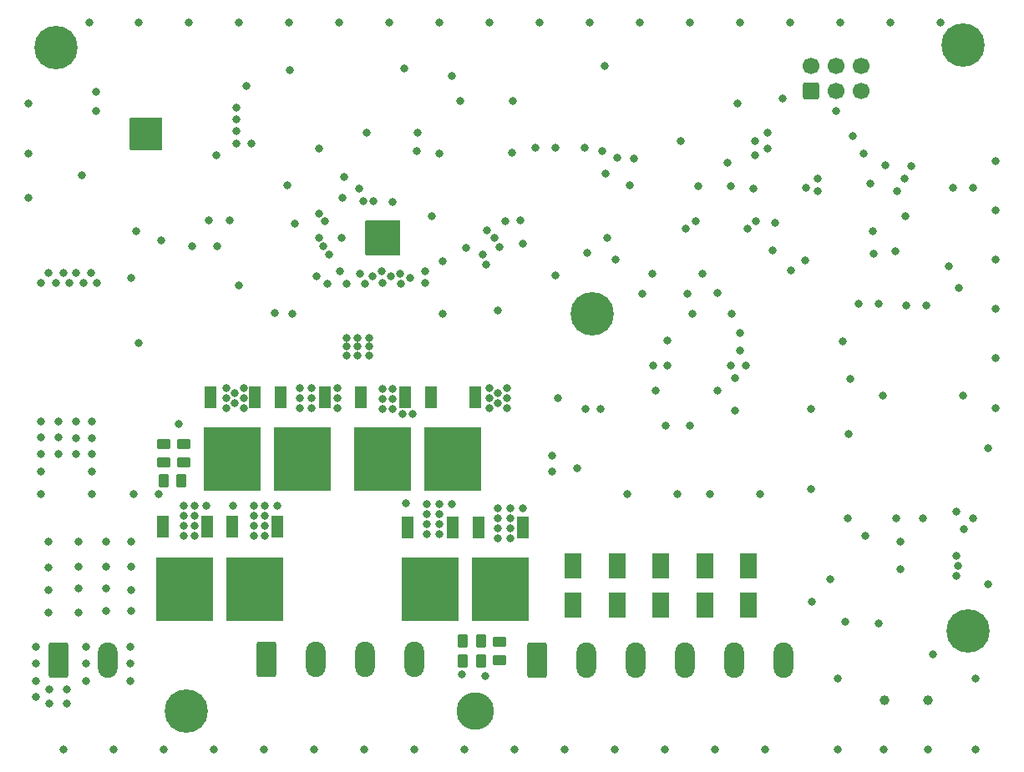
<source format=gbr>
%TF.GenerationSoftware,KiCad,Pcbnew,(6.0.4)*%
%TF.CreationDate,2022-03-22T00:44:57+01:00*%
%TF.ProjectId,HPDriver,48504472-6976-4657-922e-6b696361645f,1.0*%
%TF.SameCoordinates,Original*%
%TF.FileFunction,Soldermask,Bot*%
%TF.FilePolarity,Negative*%
%FSLAX46Y46*%
G04 Gerber Fmt 4.6, Leading zero omitted, Abs format (unit mm)*
G04 Created by KiCad (PCBNEW (6.0.4)) date 2022-03-22 00:44:57*
%MOMM*%
%LPD*%
G01*
G04 APERTURE LIST*
G04 Aperture macros list*
%AMRoundRect*
0 Rectangle with rounded corners*
0 $1 Rounding radius*
0 $2 $3 $4 $5 $6 $7 $8 $9 X,Y pos of 4 corners*
0 Add a 4 corners polygon primitive as box body*
4,1,4,$2,$3,$4,$5,$6,$7,$8,$9,$2,$3,0*
0 Add four circle primitives for the rounded corners*
1,1,$1+$1,$2,$3*
1,1,$1+$1,$4,$5*
1,1,$1+$1,$6,$7*
1,1,$1+$1,$8,$9*
0 Add four rect primitives between the rounded corners*
20,1,$1+$1,$2,$3,$4,$5,0*
20,1,$1+$1,$4,$5,$6,$7,0*
20,1,$1+$1,$6,$7,$8,$9,0*
20,1,$1+$1,$8,$9,$2,$3,0*%
G04 Aperture macros list end*
%ADD10RoundRect,0.250000X-0.750000X-1.550000X0.750000X-1.550000X0.750000X1.550000X-0.750000X1.550000X0*%
%ADD11O,2.000000X3.600000*%
%ADD12C,1.000000*%
%ADD13C,4.400000*%
%ADD14C,3.800000*%
%ADD15RoundRect,0.250000X0.600000X-0.600000X0.600000X0.600000X-0.600000X0.600000X-0.600000X-0.600000X0*%
%ADD16C,1.700000*%
%ADD17R,1.200000X2.200000*%
%ADD18R,5.800000X6.400000*%
%ADD19RoundRect,0.250000X-0.450000X0.262500X-0.450000X-0.262500X0.450000X-0.262500X0.450000X0.262500X0*%
%ADD20RoundRect,0.250000X-0.262500X-0.450000X0.262500X-0.450000X0.262500X0.450000X-0.262500X0.450000X0*%
%ADD21R,1.800000X2.500000*%
%ADD22C,0.800000*%
G04 APERTURE END LIST*
D10*
X88646000Y-130715500D03*
D11*
X93646000Y-130715500D03*
D10*
X109728000Y-130683000D03*
D11*
X114728000Y-130683000D03*
X119728000Y-130683000D03*
X124728000Y-130683000D03*
D10*
X137160000Y-130715500D03*
D11*
X142160000Y-130715500D03*
X147160000Y-130715500D03*
X152160000Y-130715500D03*
X157160000Y-130715500D03*
X162160000Y-130715500D03*
D12*
X176825000Y-134815000D03*
X172425000Y-134815000D03*
D13*
X180848000Y-127762000D03*
X142748000Y-95631000D03*
X88392000Y-68580000D03*
X180340000Y-68326000D03*
X101600000Y-135890000D03*
D14*
X130937000Y-135890000D03*
D15*
X164973000Y-73025000D03*
D16*
X164973000Y-70485000D03*
X167513000Y-73025000D03*
X167513000Y-70485000D03*
X170053000Y-73025000D03*
X170053000Y-70485000D03*
D17*
X106305000Y-117212000D03*
D18*
X108585000Y-123512000D03*
D17*
X110865000Y-117212000D03*
X99194000Y-117212000D03*
D18*
X101474000Y-123512000D03*
D17*
X103754000Y-117212000D03*
X119260000Y-104039000D03*
D18*
X121540000Y-110339000D03*
D17*
X123820000Y-104039000D03*
X111132000Y-104039000D03*
D18*
X113412000Y-110339000D03*
D17*
X115692000Y-104039000D03*
X104020000Y-104039000D03*
D18*
X106300000Y-110339000D03*
D17*
X108580000Y-104039000D03*
X124084000Y-117247000D03*
D18*
X126364000Y-123547000D03*
D17*
X128644000Y-117247000D03*
X131198000Y-117247000D03*
D18*
X133478000Y-123547000D03*
D17*
X135758000Y-117247000D03*
D19*
X133350000Y-128881500D03*
X133350000Y-130706500D03*
D20*
X99290500Y-112522000D03*
X101115500Y-112522000D03*
X129643500Y-128778000D03*
X131468500Y-128778000D03*
D19*
X101346000Y-108815500D03*
X101346000Y-110640500D03*
D17*
X126372000Y-104039000D03*
D18*
X128652000Y-110339000D03*
D17*
X130932000Y-104039000D03*
D19*
X99314000Y-108815500D03*
X99314000Y-110640500D03*
D20*
X129643500Y-130810000D03*
X131468500Y-130810000D03*
D21*
X140843000Y-125190000D03*
X140843000Y-121190000D03*
X145288000Y-125190000D03*
X145288000Y-121190000D03*
X154178000Y-125190000D03*
X154178000Y-121190000D03*
X158623000Y-125190000D03*
X158623000Y-121190000D03*
X149733000Y-125190000D03*
X149733000Y-121190000D03*
D22*
X104648000Y-79502000D03*
X117856000Y-98933000D03*
X141224000Y-111252000D03*
X120142000Y-98933000D03*
X154686000Y-113919000D03*
X159766000Y-113919000D03*
X120142000Y-98044000D03*
X117856000Y-99822000D03*
X96520000Y-76708000D03*
X103886000Y-86106000D03*
X118999000Y-99822000D03*
X98425000Y-76708000D03*
X120142000Y-99822000D03*
X118999000Y-98933000D03*
X117856000Y-98044000D03*
X86360000Y-131064000D03*
X92456000Y-75057000D03*
X106045000Y-86106000D03*
X118999000Y-98044000D03*
X151384000Y-113919000D03*
X146304000Y-113919000D03*
X183642000Y-80137000D03*
X89154000Y-139827000D03*
X94234000Y-139827000D03*
X99314000Y-139827000D03*
X104394000Y-139827000D03*
X109474000Y-139827000D03*
X114554000Y-139827000D03*
X119634000Y-139827000D03*
X124714000Y-139827000D03*
X129794000Y-139827000D03*
X134874000Y-139827000D03*
X139954000Y-139827000D03*
X145034000Y-139827000D03*
X150114000Y-139827000D03*
X155194000Y-139827000D03*
X160274000Y-139827000D03*
X96774000Y-66040000D03*
X101854000Y-66040000D03*
X106934000Y-66040000D03*
X112014000Y-66040000D03*
X117094000Y-66040000D03*
X122174000Y-66040000D03*
X127254000Y-66040000D03*
X132334000Y-66040000D03*
X137414000Y-66040000D03*
X142494000Y-66040000D03*
X147574000Y-66040000D03*
X152654000Y-66040000D03*
X157734000Y-66040000D03*
X162814000Y-66040000D03*
X167894000Y-66040000D03*
X172974000Y-66040000D03*
X178054000Y-66040000D03*
X183642000Y-85137000D03*
X183642000Y-90137000D03*
X183642000Y-95137000D03*
X183642000Y-100137000D03*
X183642000Y-105137000D03*
X85598000Y-79375000D03*
X85598000Y-83820000D03*
X85598000Y-74295000D03*
X91821000Y-66040000D03*
X171831000Y-94615000D03*
X121475500Y-92519500D03*
X150368000Y-100838000D03*
X139065000Y-91694000D03*
X117475000Y-83820000D03*
X147828000Y-93599000D03*
X86360000Y-132842000D03*
X86868000Y-92456000D03*
X87757000Y-133731000D03*
X100838000Y-106807000D03*
X102235000Y-88773000D03*
X97409000Y-77343000D03*
X171196000Y-87249000D03*
X91186000Y-92456000D03*
X151765000Y-78105000D03*
X89154000Y-91440000D03*
X143764000Y-79121000D03*
X152654000Y-106934000D03*
X169164000Y-77597000D03*
X96520000Y-87249000D03*
X117856000Y-92583000D03*
X86360000Y-134493000D03*
X107696000Y-72517000D03*
X115062000Y-78867000D03*
X127254000Y-79375000D03*
X157480000Y-74295000D03*
X115951000Y-92583000D03*
X122555000Y-86931500D03*
X98425000Y-77978000D03*
X111823500Y-82550000D03*
X162941000Y-91186000D03*
X123888500Y-114871500D03*
X164973000Y-105283000D03*
X158369000Y-100838000D03*
X170942000Y-82423000D03*
X92583000Y-92456000D03*
X87757000Y-135128000D03*
X134747000Y-74041000D03*
X120777000Y-86931500D03*
X92456000Y-73088500D03*
X160528000Y-77216000D03*
X167513000Y-75057000D03*
X159385000Y-86233000D03*
X152400000Y-93599000D03*
X88392000Y-92456000D03*
X106362500Y-115062000D03*
X90424000Y-91440000D03*
X89789000Y-92456000D03*
X89535000Y-135128000D03*
X125857000Y-91313000D03*
X161036000Y-89154000D03*
X86360000Y-129413000D03*
X125857000Y-92456000D03*
X164973000Y-113411000D03*
X135445500Y-86106000D03*
X96520000Y-77978000D03*
X120777000Y-88582500D03*
X91948000Y-91440000D03*
X134620000Y-79311500D03*
X139319006Y-104140000D03*
X112141000Y-70866000D03*
X165036500Y-124841000D03*
X180340000Y-103886000D03*
X119697500Y-92583000D03*
X123380500Y-92583000D03*
X87630000Y-91440000D03*
X104775000Y-88773000D03*
X89535000Y-133731000D03*
X144272000Y-87947500D03*
X153289000Y-86233000D03*
X112395000Y-95631000D03*
X138684000Y-109982000D03*
X133223000Y-95250000D03*
X129413000Y-74041000D03*
X122555000Y-88582500D03*
X142113000Y-105283000D03*
X172212000Y-103886000D03*
X132334000Y-105156000D03*
X107442000Y-103124000D03*
X105664000Y-105156000D03*
X107442000Y-104140000D03*
X133223000Y-116332000D03*
X106553000Y-103632000D03*
X107442000Y-105156000D03*
X134112000Y-105156000D03*
X133223000Y-118364000D03*
X134493000Y-115316000D03*
X134493000Y-116332000D03*
X134112000Y-103124000D03*
X135763000Y-115316000D03*
X134112000Y-104140000D03*
X133223000Y-104648000D03*
X133223000Y-103632000D03*
X86868000Y-106553000D03*
X133223000Y-117348000D03*
X132334000Y-104140000D03*
X132334000Y-103124000D03*
X134493000Y-117348000D03*
X134493000Y-118364000D03*
X133223000Y-115316000D03*
X106553000Y-104648000D03*
X105664000Y-104140000D03*
X105664000Y-103124000D03*
X88646000Y-106553000D03*
X92075000Y-106553000D03*
X86868000Y-108180000D03*
X88646000Y-108180000D03*
X86868000Y-109855000D03*
X88646000Y-109855000D03*
X86868000Y-111633000D03*
X92075000Y-111633000D03*
X86868000Y-113895000D03*
X92075000Y-113895000D03*
X101346000Y-117094000D03*
X102489000Y-115062000D03*
X124968000Y-79121000D03*
X102489000Y-118110000D03*
X99060000Y-88138000D03*
X102489000Y-116078000D03*
X90424000Y-106553000D03*
X96748600Y-98552000D03*
X103632000Y-115062000D03*
X101346000Y-118110000D03*
X90424000Y-108204000D03*
X92075000Y-108204000D03*
X102489000Y-117094000D03*
X90424000Y-109855000D03*
X92075000Y-109855000D03*
X101346000Y-116078000D03*
X101346000Y-115062000D03*
X91059000Y-81534000D03*
X108204000Y-78359000D03*
X106680000Y-78359000D03*
X153923990Y-91567000D03*
X176657000Y-94742000D03*
X106680000Y-74676000D03*
X143636998Y-105283000D03*
X106680000Y-75882500D03*
X181356000Y-82804000D03*
X152908000Y-95631000D03*
X119126000Y-82931000D03*
X146982577Y-79902923D03*
X141986000Y-78739994D03*
X133985000Y-86232998D03*
X139047000Y-78740000D03*
X129540000Y-132207000D03*
X150241000Y-106933996D03*
X119879000Y-77225000D03*
X106680000Y-77089000D03*
X170307000Y-79375000D03*
X135763000Y-88519000D03*
X138684000Y-111633000D03*
X106902989Y-92734851D03*
X148835000Y-91558000D03*
X125086000Y-77225000D03*
X114808000Y-91821000D03*
X117221000Y-91313000D03*
X108458000Y-115062000D03*
X113157000Y-104140000D03*
X116967000Y-104140000D03*
X116967000Y-105156000D03*
X108458000Y-116078000D03*
X109601000Y-118110000D03*
X109601000Y-117094000D03*
X113157000Y-103124000D03*
X108458000Y-118110000D03*
X114300000Y-103124000D03*
X109601000Y-116078000D03*
X114300000Y-104140000D03*
X113157000Y-105156000D03*
X108458000Y-117094000D03*
X116967000Y-103124000D03*
X110871000Y-115062000D03*
X114300000Y-105156000D03*
X109601000Y-115062000D03*
X127254000Y-117983000D03*
X125984000Y-114935000D03*
X125984000Y-117983000D03*
X125984000Y-116967000D03*
X122555000Y-105283000D03*
X123571000Y-105791000D03*
X121539000Y-105283000D03*
X125984000Y-115951000D03*
X127254000Y-115951000D03*
X121539000Y-103251000D03*
X122555000Y-103251000D03*
X121539000Y-104267000D03*
X124587000Y-105791000D03*
X127254000Y-114935000D03*
X127254000Y-116967000D03*
X122555000Y-104267000D03*
X128524000Y-114935000D03*
X181610000Y-132588000D03*
X168783000Y-107823000D03*
X176276000Y-116332000D03*
X167640000Y-132588000D03*
X182880000Y-109220000D03*
X172339000Y-139827000D03*
X176784000Y-139827000D03*
X181610000Y-139827000D03*
X167640000Y-139827000D03*
X168402000Y-126873000D03*
X177292000Y-130175000D03*
X182880000Y-123063000D03*
X166878000Y-122555000D03*
X180467000Y-117475000D03*
X173990000Y-118745000D03*
X159262660Y-78100340D03*
X144018000Y-70485000D03*
X169799000Y-94615000D03*
X159258431Y-79555011D03*
X168148000Y-98425000D03*
X128524000Y-71501000D03*
X87630000Y-118745000D03*
X90678000Y-118745000D03*
X93472000Y-118745000D03*
X96012000Y-118745000D03*
X87630000Y-121317000D03*
X90678000Y-121253000D03*
X93472000Y-121253000D03*
X96012000Y-121253000D03*
X87630000Y-123603000D03*
X90678000Y-123507000D03*
X93472000Y-123507000D03*
X96012000Y-123603000D03*
X87630000Y-125889000D03*
X90678000Y-125889000D03*
X93472000Y-125761000D03*
X96012000Y-125761000D03*
X95948500Y-132842000D03*
X91440000Y-131064000D03*
X91440000Y-129413000D03*
X95961200Y-129413000D03*
X95948500Y-131064000D03*
X91439995Y-132842005D03*
X128651000Y-120904000D03*
X128651000Y-125984000D03*
X133477000Y-121920000D03*
X131191000Y-120904000D03*
X128651000Y-123317000D03*
X131191000Y-125984000D03*
X126365000Y-124841000D03*
X124079000Y-125984000D03*
X124079001Y-123317001D03*
X135763000Y-120904000D03*
X131191000Y-123317000D03*
X126365000Y-121920000D03*
X124079000Y-120904000D03*
X135763000Y-125984000D03*
X133477000Y-124841000D03*
X135763000Y-123317000D03*
X133350000Y-88836500D03*
X122745500Y-108839000D03*
X122745500Y-111506000D03*
X131000500Y-109855000D03*
X131000500Y-111125000D03*
X121729500Y-107632500D03*
X123888500Y-107632500D03*
X130111500Y-110490000D03*
X123825000Y-110045500D03*
X123825000Y-112839500D03*
X121729500Y-112839500D03*
X131000500Y-108458000D03*
X131699000Y-89576721D03*
X130048000Y-107759500D03*
X130111500Y-109220000D03*
X130937000Y-112395000D03*
X130111500Y-111760000D03*
X121729500Y-110045500D03*
X106235500Y-112776000D03*
X112966500Y-111442500D03*
X106299000Y-107696000D03*
X111379000Y-110236000D03*
X114490500Y-112839500D03*
X106235500Y-110236000D03*
X112966500Y-108902500D03*
X111379000Y-107886500D03*
X111315500Y-112776000D03*
X104267000Y-112776000D03*
X104267000Y-110236000D03*
X105283000Y-108966000D03*
X112644701Y-86482701D03*
X114490500Y-110172500D03*
X105283000Y-111506000D03*
X114490500Y-107886500D03*
X104267000Y-107696000D03*
X110871000Y-125984000D03*
X103759000Y-125984000D03*
X106299000Y-125984000D03*
X106299000Y-123317000D03*
X106299000Y-120904000D03*
X101473000Y-124841000D03*
X108585000Y-124841000D03*
X103759000Y-123317000D03*
X99187000Y-123317000D03*
X99187000Y-120904000D03*
X99187000Y-125984000D03*
X110871000Y-120904000D03*
X110871000Y-123317000D03*
X108585000Y-121920000D03*
X101473000Y-121920000D03*
X103632000Y-120904000D03*
X117368013Y-87883466D03*
X179324000Y-82804000D03*
X173682980Y-83185000D03*
X119189500Y-91566988D03*
X121437284Y-91301852D03*
X175133000Y-80645000D03*
X174407990Y-81915000D03*
X120520868Y-91758323D03*
X126492000Y-85725000D03*
X124280844Y-91935775D03*
X179684150Y-120184110D03*
X179705000Y-115697000D03*
X173482000Y-89281000D03*
X179958996Y-92964000D03*
X116047009Y-89616708D03*
X110591032Y-95504000D03*
X127635003Y-95631003D03*
X127635000Y-90297000D03*
X156854006Y-95640000D03*
X156845000Y-82677000D03*
X122513500Y-84241112D03*
X156845000Y-100838000D03*
X174625000Y-94741990D03*
X171323000Y-89535000D03*
X150368004Y-98298000D03*
X158496000Y-86995000D03*
X148971004Y-100838000D03*
X152273006Y-86995000D03*
X174498000Y-85725000D03*
X122313330Y-91783047D03*
X115662737Y-86244459D03*
X115062000Y-87884000D03*
X132016500Y-90614500D03*
X132842000Y-87884000D03*
X115059265Y-85445032D03*
X115482328Y-88791385D03*
X129984500Y-88900000D03*
X132080000Y-87185500D03*
X137033000Y-78739994D03*
X172466000Y-80518000D03*
X173609000Y-116332000D03*
X179826026Y-121174006D03*
X168910000Y-102235000D03*
X123698000Y-70739000D03*
X160528000Y-78830010D03*
X179705000Y-122174000D03*
X181355996Y-116332000D03*
X157226000Y-102108000D03*
X157226000Y-105409988D03*
X131953000Y-132334000D03*
X165608000Y-83185000D03*
X98806000Y-113919000D03*
X117634339Y-81693339D03*
X165608000Y-81915000D03*
X96266000Y-113919000D03*
X171831008Y-127000000D03*
X170434000Y-118110000D03*
X157734000Y-99314000D03*
X149225008Y-103378000D03*
X173990000Y-121539000D03*
X168656000Y-116332000D03*
X155448000Y-93472000D03*
X155448008Y-103378000D03*
X156464000Y-80264000D03*
X164338000Y-90170000D03*
X145161000Y-90106488D03*
X164465000Y-82804004D03*
X96012000Y-91948000D03*
X162052000Y-73787000D03*
X157734000Y-97536010D03*
X159131000Y-82931000D03*
X161290000Y-86360000D03*
X178943000Y-90805000D03*
X146558000Y-82550000D03*
X120563990Y-84162607D03*
X153543000Y-82691946D03*
X144095050Y-81352935D03*
X119564855Y-84204493D03*
X145288000Y-79756000D03*
X142240000Y-89408000D03*
X123282960Y-91540522D03*
G36*
X99129121Y-75712002D02*
G01*
X99175614Y-75765658D01*
X99187000Y-75818000D01*
X99187000Y-78868000D01*
X99166998Y-78936121D01*
X99113342Y-78982614D01*
X99061000Y-78994000D01*
X96011000Y-78994000D01*
X95942879Y-78973998D01*
X95896386Y-78920342D01*
X95885000Y-78868000D01*
X95885000Y-75818000D01*
X95905002Y-75749879D01*
X95958658Y-75703386D01*
X96011000Y-75692000D01*
X99061000Y-75692000D01*
X99129121Y-75712002D01*
G37*
G36*
X123259121Y-86126002D02*
G01*
X123305614Y-86179658D01*
X123317000Y-86232000D01*
X123317000Y-89536000D01*
X123296998Y-89604121D01*
X123243342Y-89650614D01*
X123191000Y-89662000D01*
X119887000Y-89662000D01*
X119818879Y-89641998D01*
X119772386Y-89588342D01*
X119761000Y-89536000D01*
X119761000Y-86232000D01*
X119781002Y-86163879D01*
X119834658Y-86117386D01*
X119887000Y-86106000D01*
X123191000Y-86106000D01*
X123259121Y-86126002D01*
G37*
M02*

</source>
